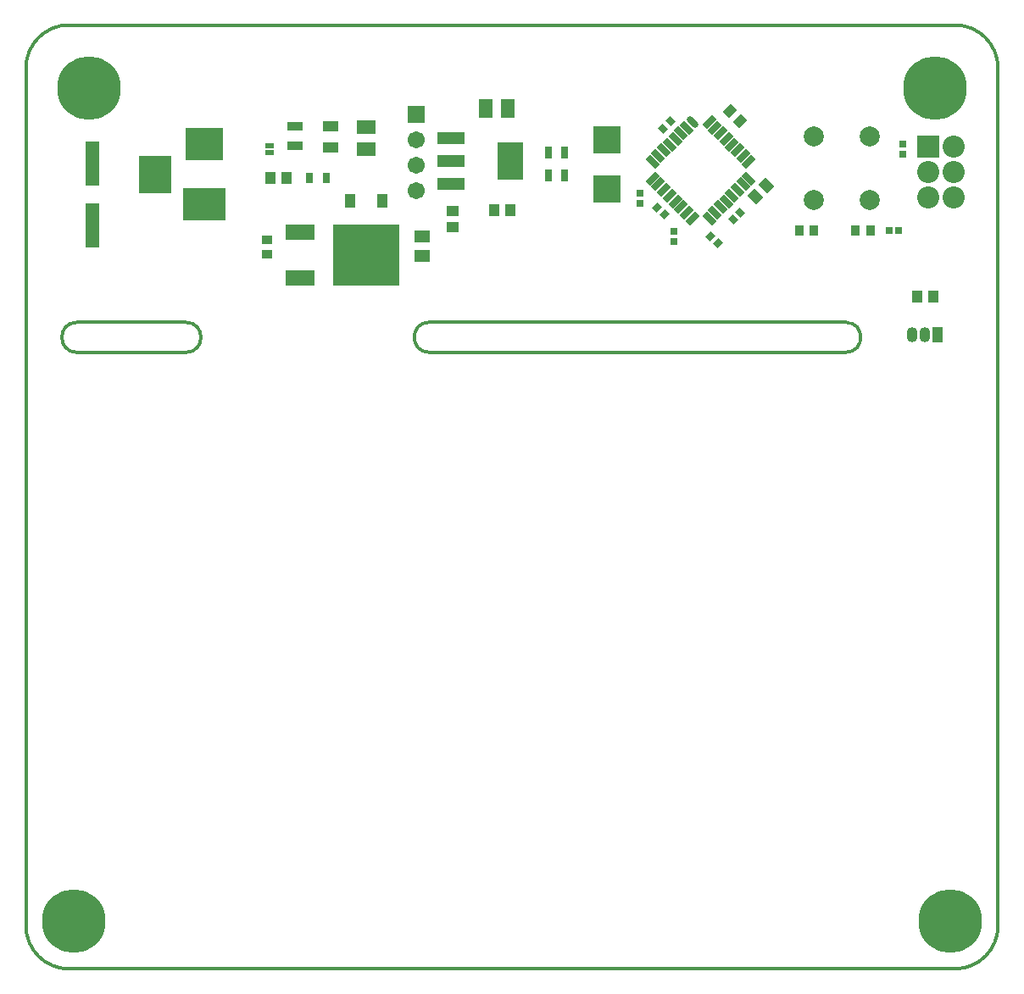
<source format=gts>
G04*
G04 #@! TF.GenerationSoftware,Altium Limited,Altium Designer,22.0.2 (36)*
G04*
G04 Layer_Color=8388736*
%FSLAX25Y25*%
%MOIN*%
G70*
G04*
G04 #@! TF.SameCoordinates,F8844AE4-5711-4282-AF9D-DA4343363A06*
G04*
G04*
G04 #@! TF.FilePolarity,Negative*
G04*
G01*
G75*
%ADD11C,0.01181*%
%ADD49R,0.05800X0.17200*%
%ADD50R,0.03950X0.04737*%
%ADD51R,0.07296X0.05524*%
%ADD52R,0.05918X0.04343*%
%ADD53R,0.05918X0.03800*%
%ADD54R,0.10013X0.14973*%
%ADD55R,0.10642X0.05131*%
%ADD56R,0.05918X0.04737*%
%ADD57R,0.04737X0.03950*%
%ADD58R,0.03556X0.02375*%
%ADD59R,0.26391X0.24422*%
%ADD60R,0.11824X0.05918*%
%ADD61R,0.04383X0.05603*%
%ADD62R,0.03162X0.03950*%
%ADD63R,0.04343X0.03359*%
%ADD64R,0.03359X0.04343*%
%ADD65R,0.03162X0.02769*%
%ADD66R,0.02769X0.03162*%
G04:AMPARAMS|DCode=67|XSize=25.72mil|YSize=55.24mil|CornerRadius=0mil|HoleSize=0mil|Usage=FLASHONLY|Rotation=45.000|XOffset=0mil|YOffset=0mil|HoleType=Round|Shape=Round|*
%AMOVALD67*
21,1,0.02953,0.02572,0.00000,0.00000,135.0*
1,1,0.02572,0.01044,-0.01044*
1,1,0.02572,-0.01044,0.01044*
%
%ADD67OVALD67*%

G04:AMPARAMS|DCode=68|XSize=25.72mil|YSize=55.24mil|CornerRadius=0mil|HoleSize=0mil|Usage=FLASHONLY|Rotation=45.000|XOffset=0mil|YOffset=0mil|HoleType=Round|Shape=Rectangle|*
%AMROTATEDRECTD68*
4,1,4,0.01044,-0.02862,-0.02862,0.01044,-0.01044,0.02862,0.02862,-0.01044,0.01044,-0.02862,0.0*
%
%ADD68ROTATEDRECTD68*%

G04:AMPARAMS|DCode=69|XSize=25.72mil|YSize=55.24mil|CornerRadius=0mil|HoleSize=0mil|Usage=FLASHONLY|Rotation=315.000|XOffset=0mil|YOffset=0mil|HoleType=Round|Shape=Rectangle|*
%AMROTATEDRECTD69*
4,1,4,-0.02862,-0.01044,0.01044,0.02862,0.02862,0.01044,-0.01044,-0.02862,-0.02862,-0.01044,0.0*
%
%ADD69ROTATEDRECTD69*%

G04:AMPARAMS|DCode=70|XSize=39.5mil|YSize=47.37mil|CornerRadius=0mil|HoleSize=0mil|Usage=FLASHONLY|Rotation=45.000|XOffset=0mil|YOffset=0mil|HoleType=Round|Shape=Rectangle|*
%AMROTATEDRECTD70*
4,1,4,0.00278,-0.03071,-0.03071,0.00278,-0.00278,0.03071,0.03071,-0.00278,0.00278,-0.03071,0.0*
%
%ADD70ROTATEDRECTD70*%

G04:AMPARAMS|DCode=71|XSize=33.59mil|YSize=43.43mil|CornerRadius=0mil|HoleSize=0mil|Usage=FLASHONLY|Rotation=135.000|XOffset=0mil|YOffset=0mil|HoleType=Round|Shape=Rectangle|*
%AMROTATEDRECTD71*
4,1,4,0.02723,0.00348,-0.00348,-0.02723,-0.02723,-0.00348,0.00348,0.02723,0.02723,0.00348,0.0*
%
%ADD71ROTATEDRECTD71*%

G04:AMPARAMS|DCode=72|XSize=27.69mil|YSize=31.62mil|CornerRadius=0mil|HoleSize=0mil|Usage=FLASHONLY|Rotation=135.000|XOffset=0mil|YOffset=0mil|HoleType=Round|Shape=Rectangle|*
%AMROTATEDRECTD72*
4,1,4,0.02097,0.00139,-0.00139,-0.02097,-0.02097,-0.00139,0.00139,0.02097,0.02097,0.00139,0.0*
%
%ADD72ROTATEDRECTD72*%

G04:AMPARAMS|DCode=73|XSize=27.69mil|YSize=31.62mil|CornerRadius=0mil|HoleSize=0mil|Usage=FLASHONLY|Rotation=225.000|XOffset=0mil|YOffset=0mil|HoleType=Round|Shape=Rectangle|*
%AMROTATEDRECTD73*
4,1,4,-0.00139,0.02097,0.02097,-0.00139,0.00139,-0.02097,-0.02097,0.00139,-0.00139,0.02097,0.0*
%
%ADD73ROTATEDRECTD73*%

%ADD74R,0.11036X0.10642*%
%ADD75R,0.02769X0.04737*%
%ADD76R,0.05524X0.07296*%
%ADD77O,0.04233X0.05926*%
%ADD78R,0.04233X0.05926*%
%ADD79C,0.25022*%
%ADD80C,0.08674*%
%ADD81R,0.08674X0.08674*%
%ADD82R,0.16548X0.12611*%
%ADD83R,0.12611X0.14580*%
%ADD84R,0.14580X0.12611*%
%ADD85C,0.07887*%
%ADD86R,0.06706X0.06706*%
%ADD87C,0.06706*%
D11*
X322393Y242520D02*
G03*
X322393Y254331I0J5906D01*
G01*
X158614D02*
G03*
X158614Y242520I0J-5906D01*
G01*
X20031Y254331D02*
G03*
X20031Y242520I0J-5906D01*
G01*
X62944D02*
G03*
X62944Y254331I0J5906D01*
G01*
X0Y16929D02*
G03*
X16929Y0I16929J0D01*
G01*
X365354D02*
G03*
X382283Y16929I0J16929D01*
G01*
Y354331D02*
G03*
X365354Y371260I-16929J0D01*
G01*
X16929D02*
G03*
X0Y354331I0J-16929D01*
G01*
X158614Y254331D02*
X321999D01*
X158614Y242520D02*
X321999D01*
X20031D02*
X62944D01*
X20031Y254331D02*
X62944D01*
X0Y16929D02*
Y354331D01*
X16929Y0D02*
X365354D01*
X382283Y16929D02*
Y354331D01*
X16929Y371260D02*
X365354D01*
D49*
X26128Y292391D02*
D03*
Y316791D02*
D03*
D50*
X356787Y264339D02*
D03*
X350488D02*
D03*
X96063Y311024D02*
D03*
X102362D02*
D03*
X184252Y298425D02*
D03*
X190551D02*
D03*
D51*
X133858Y322441D02*
D03*
Y331102D02*
D03*
D52*
X119685Y331299D02*
D03*
Y323031D02*
D03*
D53*
X105905Y331496D02*
D03*
Y323622D02*
D03*
D54*
X190433Y317717D02*
D03*
D55*
X167047Y308661D02*
D03*
Y317717D02*
D03*
Y326772D02*
D03*
D56*
X155905Y288189D02*
D03*
Y280315D02*
D03*
D57*
X167717Y291732D02*
D03*
Y298031D02*
D03*
D58*
X95669Y323819D02*
D03*
Y321063D02*
D03*
D59*
X133827Y280709D02*
D03*
D60*
X107906Y289657D02*
D03*
Y271761D02*
D03*
D61*
X140295Y301969D02*
D03*
X127421D02*
D03*
D62*
X111614Y311024D02*
D03*
X118307D02*
D03*
D63*
X94882Y286713D02*
D03*
Y281004D02*
D03*
D64*
X309941Y290551D02*
D03*
X304232D02*
D03*
X331988D02*
D03*
X326279D02*
D03*
D65*
X344882Y324409D02*
D03*
Y320472D02*
D03*
X241339Y305118D02*
D03*
Y301181D02*
D03*
X254724Y286221D02*
D03*
Y290158D02*
D03*
D66*
X343307Y290551D02*
D03*
X339370D02*
D03*
D67*
X262014Y333104D02*
D03*
D68*
X259787Y330876D02*
D03*
X257559Y328649D02*
D03*
X255332Y326422D02*
D03*
X253105Y324195D02*
D03*
X250878Y321968D02*
D03*
X248651Y319741D02*
D03*
X246424Y317514D02*
D03*
X268695Y295243D02*
D03*
X270922Y297470D02*
D03*
X273149Y299697D02*
D03*
X275376Y301924D02*
D03*
X277603Y304151D02*
D03*
X279831Y306378D02*
D03*
X282058Y308605D02*
D03*
X284285Y310833D02*
D03*
D69*
X246424D02*
D03*
X248651Y308605D02*
D03*
X250878Y306378D02*
D03*
X253105Y304151D02*
D03*
X255332Y301924D02*
D03*
X257559Y299697D02*
D03*
X259787Y297470D02*
D03*
X262014Y295243D02*
D03*
X284285Y317514D02*
D03*
X282058Y319741D02*
D03*
X279831Y321968D02*
D03*
X277603Y324195D02*
D03*
X275376Y326422D02*
D03*
X273149Y328649D02*
D03*
X270922Y330876D02*
D03*
X268695Y333104D02*
D03*
D70*
X286749Y303678D02*
D03*
X291203Y308133D02*
D03*
D71*
X276722Y337451D02*
D03*
X280759Y333415D02*
D03*
D72*
X248214Y299423D02*
D03*
X250998Y296639D02*
D03*
X269291Y288189D02*
D03*
X272075Y285405D02*
D03*
D73*
X250576Y330498D02*
D03*
X253360Y333282D02*
D03*
X280920Y297455D02*
D03*
X278136Y294671D02*
D03*
D74*
X228346Y326181D02*
D03*
Y306890D02*
D03*
D75*
X211811Y312205D02*
D03*
X205512D02*
D03*
X211811Y321260D02*
D03*
X205512D02*
D03*
D76*
X189370Y338583D02*
D03*
X180709D02*
D03*
D77*
X348638Y249339D02*
D03*
X353638D02*
D03*
D78*
X358638D02*
D03*
D79*
X357480Y346457D02*
D03*
X24803D02*
D03*
X18898Y18898D02*
D03*
X363386D02*
D03*
D80*
X364724Y313386D02*
D03*
X354724D02*
D03*
Y303386D02*
D03*
X364724Y323386D02*
D03*
Y303386D02*
D03*
D81*
X354724Y323386D02*
D03*
D82*
X70079Y300787D02*
D03*
D83*
X50779Y312387D02*
D03*
D84*
X70079Y324387D02*
D03*
D85*
X309842Y302362D02*
D03*
Y327559D02*
D03*
X331890Y302362D02*
D03*
Y327559D02*
D03*
D86*
X153543Y335984D02*
D03*
D87*
Y325984D02*
D03*
Y315984D02*
D03*
Y305984D02*
D03*
M02*

</source>
